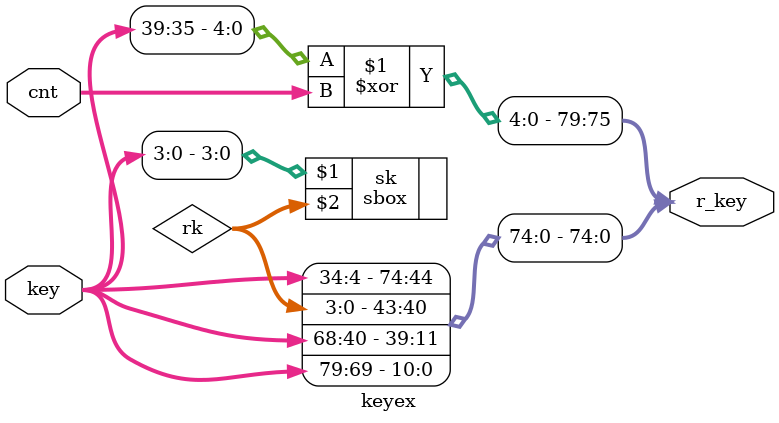
<source format=v>
module keyex(key,cnt,r_key);
  input[79:0]key;
  input[4:0]cnt; 
  output[79:0]r_key;

 wire  [3:0] rk;
 sbox  sk(key[3:0],rk[3:0]);
 assign r_key={key[39:35]^cnt,key[34:4],rk[3:0],key[68:40],key[79:69]};

endmodule

</source>
